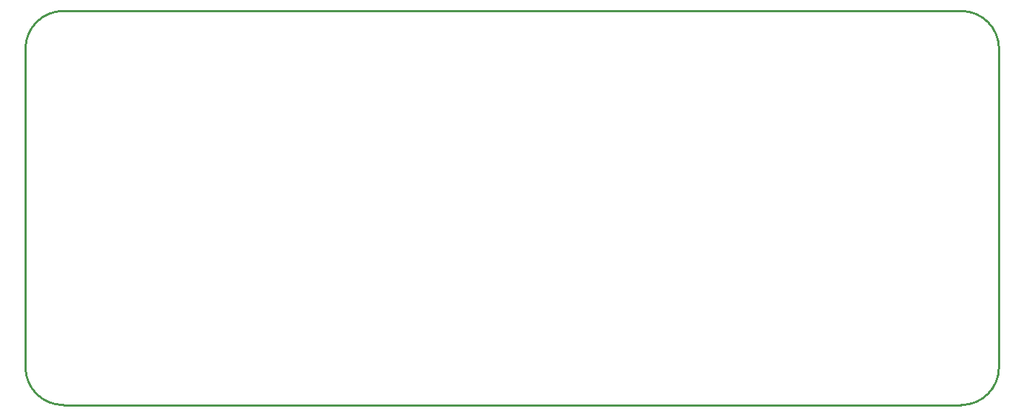
<source format=gko>
G04 start of page 4 for group 2 idx 2 *
G04 Title: (unknown), outline *
G04 Creator: pcb 20110918 *
G04 CreationDate: Tue Oct  7 19:52:02 2014 UTC *
G04 For: fosse *
G04 Format: Gerber/RS-274X *
G04 PCB-Dimensions: 470000 250000 *
G04 PCB-Coordinate-Origin: lower left *
%MOIN*%
%FSLAX25Y25*%
%LNOUTLINE*%
%ADD52C,0.0100*%
G54D52*X451500Y231000D02*Y83500D01*
X1500D02*Y231000D01*
X19000Y248500D02*X434000D01*
Y66000D02*X19000D01*
X434000Y248500D02*G75*G02X451500Y231000I0J-17500D01*G01*
Y83500D02*G75*G02X434000Y66000I-17500J0D01*G01*
X19000D02*G75*G02X1500Y83500I0J17500D01*G01*
Y231000D02*G75*G02X19000Y248500I17500J0D01*G01*
M02*

</source>
